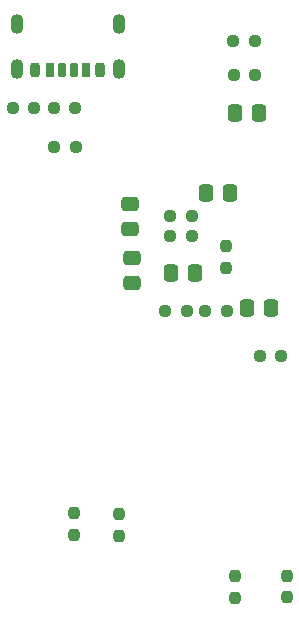
<source format=gtp>
%TF.GenerationSoftware,KiCad,Pcbnew,7.0.9*%
%TF.CreationDate,2024-02-04T13:54:49+01:00*%
%TF.ProjectId,BPN,42504e2e-6b69-4636-9164-5f7063625858,29.01.2024*%
%TF.SameCoordinates,Original*%
%TF.FileFunction,Paste,Top*%
%TF.FilePolarity,Positive*%
%FSLAX46Y46*%
G04 Gerber Fmt 4.6, Leading zero omitted, Abs format (unit mm)*
G04 Created by KiCad (PCBNEW 7.0.9) date 2024-02-04 13:54:49*
%MOMM*%
%LPD*%
G01*
G04 APERTURE LIST*
G04 Aperture macros list*
%AMRoundRect*
0 Rectangle with rounded corners*
0 $1 Rounding radius*
0 $2 $3 $4 $5 $6 $7 $8 $9 X,Y pos of 4 corners*
0 Add a 4 corners polygon primitive as box body*
4,1,4,$2,$3,$4,$5,$6,$7,$8,$9,$2,$3,0*
0 Add four circle primitives for the rounded corners*
1,1,$1+$1,$2,$3*
1,1,$1+$1,$4,$5*
1,1,$1+$1,$6,$7*
1,1,$1+$1,$8,$9*
0 Add four rect primitives between the rounded corners*
20,1,$1+$1,$2,$3,$4,$5,0*
20,1,$1+$1,$4,$5,$6,$7,0*
20,1,$1+$1,$6,$7,$8,$9,0*
20,1,$1+$1,$8,$9,$2,$3,0*%
G04 Aperture macros list end*
%ADD10RoundRect,0.237500X0.237500X-0.250000X0.237500X0.250000X-0.237500X0.250000X-0.237500X-0.250000X0*%
%ADD11RoundRect,0.250000X-0.475000X0.337500X-0.475000X-0.337500X0.475000X-0.337500X0.475000X0.337500X0*%
%ADD12RoundRect,0.250000X0.337500X0.475000X-0.337500X0.475000X-0.337500X-0.475000X0.337500X-0.475000X0*%
%ADD13RoundRect,0.237500X0.250000X0.237500X-0.250000X0.237500X-0.250000X-0.237500X0.250000X-0.237500X0*%
%ADD14RoundRect,0.237500X-0.250000X-0.237500X0.250000X-0.237500X0.250000X0.237500X-0.250000X0.237500X0*%
%ADD15RoundRect,0.250000X-0.337500X-0.475000X0.337500X-0.475000X0.337500X0.475000X-0.337500X0.475000X0*%
%ADD16RoundRect,0.237500X-0.237500X0.250000X-0.237500X-0.250000X0.237500X-0.250000X0.237500X0.250000X0*%
%ADD17RoundRect,0.175000X0.175000X0.425000X-0.175000X0.425000X-0.175000X-0.425000X0.175000X-0.425000X0*%
%ADD18RoundRect,0.190000X-0.190000X-0.410000X0.190000X-0.410000X0.190000X0.410000X-0.190000X0.410000X0*%
%ADD19RoundRect,0.200000X-0.200000X-0.400000X0.200000X-0.400000X0.200000X0.400000X-0.200000X0.400000X0*%
%ADD20RoundRect,0.175000X-0.175000X-0.425000X0.175000X-0.425000X0.175000X0.425000X-0.175000X0.425000X0*%
%ADD21RoundRect,0.190000X0.190000X0.410000X-0.190000X0.410000X-0.190000X-0.410000X0.190000X-0.410000X0*%
%ADD22RoundRect,0.200000X0.200000X0.400000X-0.200000X0.400000X-0.200000X-0.400000X0.200000X-0.400000X0*%
%ADD23O,1.100000X1.700000*%
%ADD24RoundRect,0.250000X0.475000X-0.337500X0.475000X0.337500X-0.475000X0.337500X-0.475000X-0.337500X0*%
G04 APERTURE END LIST*
D10*
%TO.C,R8*%
X160385000Y-69287500D03*
X160385000Y-67462500D03*
%TD*%
D11*
%TO.C,C3*%
X152335000Y-63937500D03*
X152335000Y-66012500D03*
%TD*%
D12*
%TO.C,C1*%
X160772500Y-62925000D03*
X158697500Y-62925000D03*
%TD*%
D13*
%TO.C,R10*%
X157535000Y-66625000D03*
X155710000Y-66625000D03*
%TD*%
%TO.C,R1*%
X144207500Y-55736409D03*
X142382500Y-55736409D03*
%TD*%
D10*
%TO.C,R7*%
X151385000Y-91987500D03*
X151385000Y-90162500D03*
%TD*%
D14*
%TO.C,R4*%
X161035000Y-50056409D03*
X162860000Y-50056409D03*
%TD*%
%TO.C,R2*%
X145822500Y-55736409D03*
X147647500Y-55736409D03*
%TD*%
D15*
%TO.C,C2*%
X161147500Y-56156409D03*
X163222500Y-56156409D03*
%TD*%
D16*
%TO.C,R14*%
X165550000Y-95375000D03*
X165550000Y-97200000D03*
%TD*%
D13*
%TO.C,R12*%
X160497500Y-72925000D03*
X158672500Y-72925000D03*
%TD*%
D14*
%TO.C,R13*%
X163285000Y-76725000D03*
X165110000Y-76725000D03*
%TD*%
D12*
%TO.C,C6*%
X164272500Y-72675000D03*
X162197500Y-72675000D03*
%TD*%
D14*
%TO.C,R3*%
X145872500Y-59075000D03*
X147697500Y-59075000D03*
%TD*%
D17*
%TO.C,J1*%
X147515000Y-52560000D03*
D18*
X145495000Y-52560000D03*
D19*
X144265000Y-52560000D03*
D20*
X146515000Y-52560000D03*
D21*
X148535000Y-52560000D03*
D22*
X149765000Y-52560000D03*
D23*
X151335000Y-52480000D03*
X151335000Y-48680000D03*
X142695000Y-52480000D03*
X142695000Y-48680000D03*
%TD*%
D24*
%TO.C,C5*%
X152485000Y-70562500D03*
X152485000Y-68487500D03*
%TD*%
D14*
%TO.C,R9*%
X155710000Y-64925000D03*
X157535000Y-64925000D03*
%TD*%
D10*
%TO.C,R6*%
X147535000Y-91887500D03*
X147535000Y-90062500D03*
%TD*%
D14*
%TO.C,R5*%
X161072500Y-52956409D03*
X162897500Y-52956409D03*
%TD*%
%TO.C,R11*%
X155260000Y-72925000D03*
X157085000Y-72925000D03*
%TD*%
D16*
%TO.C,R15*%
X161200000Y-95387500D03*
X161200000Y-97212500D03*
%TD*%
D15*
%TO.C,C4*%
X155747500Y-69775000D03*
X157822500Y-69775000D03*
%TD*%
M02*

</source>
